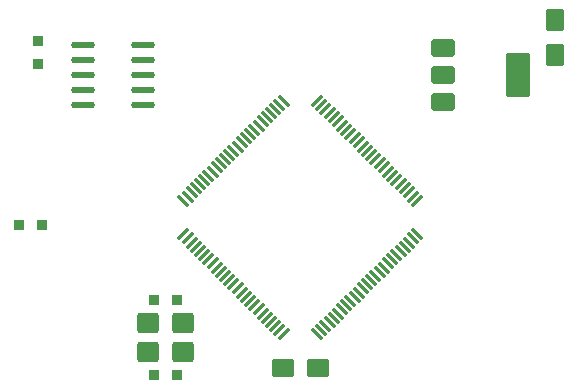
<source format=gbr>
%TF.GenerationSoftware,KiCad,Pcbnew,7.0.5*%
%TF.CreationDate,2023-08-21T09:28:54+09:00*%
%TF.ProjectId,STM32G4 MAZE,53544d33-3247-4342-904d-415a452e6b69,rev?*%
%TF.SameCoordinates,Original*%
%TF.FileFunction,Paste,Top*%
%TF.FilePolarity,Positive*%
%FSLAX46Y46*%
G04 Gerber Fmt 4.6, Leading zero omitted, Abs format (unit mm)*
G04 Created by KiCad (PCBNEW 7.0.5) date 2023-08-21 09:28:54*
%MOMM*%
%LPD*%
G01*
G04 APERTURE LIST*
G04 Aperture macros list*
%AMRoundRect*
0 Rectangle with rounded corners*
0 $1 Rounding radius*
0 $2 $3 $4 $5 $6 $7 $8 $9 X,Y pos of 4 corners*
0 Add a 4 corners polygon primitive as box body*
4,1,4,$2,$3,$4,$5,$6,$7,$8,$9,$2,$3,0*
0 Add four circle primitives for the rounded corners*
1,1,$1+$1,$2,$3*
1,1,$1+$1,$4,$5*
1,1,$1+$1,$6,$7*
1,1,$1+$1,$8,$9*
0 Add four rect primitives between the rounded corners*
20,1,$1+$1,$2,$3,$4,$5,0*
20,1,$1+$1,$4,$5,$6,$7,0*
20,1,$1+$1,$6,$7,$8,$9,0*
20,1,$1+$1,$8,$9,$2,$3,0*%
G04 Aperture macros list end*
%ADD10RoundRect,0.200000X0.800000X0.050000X-0.800000X0.050000X-0.800000X-0.050000X0.800000X-0.050000X0*%
%ADD11RoundRect,0.200000X-0.800000X-0.050000X0.800000X-0.050000X0.800000X0.050000X-0.800000X0.050000X0*%
%ADD12RoundRect,0.200000X-0.800000X-0.550000X0.800000X-0.550000X0.800000X0.550000X-0.800000X0.550000X0*%
%ADD13RoundRect,0.200000X-0.800000X-1.700000X0.800000X-1.700000X0.800000X1.700000X-0.800000X1.700000X0*%
%ADD14RoundRect,0.200000X-0.700000X0.650000X-0.700000X-0.650000X0.700000X-0.650000X0.700000X0.650000X0*%
%ADD15RoundRect,0.050000X0.400000X0.350000X-0.400000X0.350000X-0.400000X-0.350000X0.400000X-0.350000X0*%
%ADD16RoundRect,0.050000X-0.400000X-0.350000X0.400000X-0.350000X0.400000X0.350000X-0.400000X0.350000X0*%
%ADD17RoundRect,0.050000X-0.318198X-0.459619X0.459619X0.318198X0.318198X0.459619X-0.459619X-0.318198X0*%
%ADD18RoundRect,0.050000X-0.459619X0.318198X0.318198X-0.459619X0.459619X-0.318198X-0.318198X0.459619X0*%
%ADD19RoundRect,0.093750X0.806250X0.656250X-0.806250X0.656250X-0.806250X-0.656250X0.806250X-0.656250X0*%
%ADD20RoundRect,0.093750X0.656250X-0.806250X0.656250X0.806250X-0.656250X0.806250X-0.656250X-0.806250X0*%
%ADD21RoundRect,0.050000X-0.350000X0.400000X-0.350000X-0.400000X0.350000X-0.400000X0.350000X0.400000X0*%
G04 APERTURE END LIST*
D10*
%TO.C,J5*%
X81585000Y-85395000D03*
D11*
X86665000Y-85395000D03*
D10*
X81585000Y-86665000D03*
D11*
X86665000Y-86665000D03*
D10*
X81585000Y-87935000D03*
D11*
X86665000Y-87935000D03*
D10*
X81585000Y-89205000D03*
D11*
X86665000Y-89205000D03*
D10*
X81585000Y-90475000D03*
D11*
X86665000Y-90475000D03*
%TD*%
D12*
%TO.C,U2*%
X112090000Y-85635000D03*
X112090000Y-87935000D03*
D13*
X118390000Y-87935000D03*
D12*
X112090000Y-90235000D03*
%TD*%
D14*
%TO.C,Y1*%
X90070000Y-111360000D03*
X87070000Y-111360000D03*
X87070000Y-108960000D03*
X90070000Y-108960000D03*
%TD*%
D15*
%TO.C,C12*%
X87620000Y-113335000D03*
X89520000Y-113335000D03*
%TD*%
D16*
%TO.C,C17*%
X76190000Y-100635000D03*
X78090000Y-100635000D03*
%TD*%
%TO.C,C11*%
X87620000Y-106985000D03*
X89520000Y-106985000D03*
%TD*%
D17*
%TO.C,U1*%
X90100505Y-101414214D03*
X90454058Y-101767767D03*
X90807612Y-102121320D03*
X91161165Y-102474874D03*
X91514719Y-102828427D03*
X91868272Y-103181981D03*
X92221825Y-103535534D03*
X92575379Y-103889087D03*
X92928932Y-104242641D03*
X93282486Y-104596194D03*
X93636039Y-104949747D03*
X93989592Y-105303301D03*
X94343146Y-105656854D03*
X94696699Y-106010408D03*
X95050253Y-106363961D03*
X95403806Y-106717514D03*
X95757359Y-107071068D03*
X96110913Y-107424621D03*
X96464466Y-107778175D03*
X96818019Y-108131728D03*
X97171573Y-108485281D03*
X97525126Y-108838835D03*
X97878680Y-109192388D03*
X98232233Y-109545942D03*
X98585786Y-109899495D03*
D18*
X101414214Y-109899495D03*
X101767767Y-109545942D03*
X102121320Y-109192388D03*
X102474874Y-108838835D03*
X102828427Y-108485281D03*
X103181981Y-108131728D03*
X103535534Y-107778175D03*
X103889087Y-107424621D03*
X104242641Y-107071068D03*
X104596194Y-106717514D03*
X104949747Y-106363961D03*
X105303301Y-106010408D03*
X105656854Y-105656854D03*
X106010408Y-105303301D03*
X106363961Y-104949747D03*
X106717514Y-104596194D03*
X107071068Y-104242641D03*
X107424621Y-103889087D03*
X107778175Y-103535534D03*
X108131728Y-103181981D03*
X108485281Y-102828427D03*
X108838835Y-102474874D03*
X109192388Y-102121320D03*
X109545942Y-101767767D03*
X109899495Y-101414214D03*
D17*
X109899495Y-98585786D03*
X109545942Y-98232233D03*
X109192388Y-97878680D03*
X108838835Y-97525126D03*
X108485281Y-97171573D03*
X108131728Y-96818019D03*
X107778175Y-96464466D03*
X107424621Y-96110913D03*
X107071068Y-95757359D03*
X106717514Y-95403806D03*
X106363961Y-95050253D03*
X106010408Y-94696699D03*
X105656854Y-94343146D03*
X105303301Y-93989592D03*
X104949747Y-93636039D03*
X104596194Y-93282486D03*
X104242641Y-92928932D03*
X103889087Y-92575379D03*
X103535534Y-92221825D03*
X103181981Y-91868272D03*
X102828427Y-91514719D03*
X102474874Y-91161165D03*
X102121320Y-90807612D03*
X101767767Y-90454058D03*
X101414214Y-90100505D03*
D18*
X98585786Y-90100505D03*
X98232233Y-90454058D03*
X97878680Y-90807612D03*
X97525126Y-91161165D03*
X97171573Y-91514719D03*
X96818019Y-91868272D03*
X96464466Y-92221825D03*
X96110913Y-92575379D03*
X95757359Y-92928932D03*
X95403806Y-93282486D03*
X95050253Y-93636039D03*
X94696699Y-93989592D03*
X94343146Y-94343146D03*
X93989592Y-94696699D03*
X93636039Y-95050253D03*
X93282486Y-95403806D03*
X92928932Y-95757359D03*
X92575379Y-96110913D03*
X92221825Y-96464466D03*
X91868272Y-96818019D03*
X91514719Y-97171573D03*
X91161165Y-97525126D03*
X90807612Y-97878680D03*
X90454058Y-98232233D03*
X90100505Y-98585786D03*
%TD*%
D19*
%TO.C,C1*%
X101500000Y-112700000D03*
X98500000Y-112700000D03*
%TD*%
D20*
%TO.C,C16*%
X121590000Y-83260000D03*
X121590000Y-86260000D03*
%TD*%
D21*
%TO.C,R1*%
X77775000Y-86980000D03*
X77775000Y-85080000D03*
%TD*%
M02*

</source>
